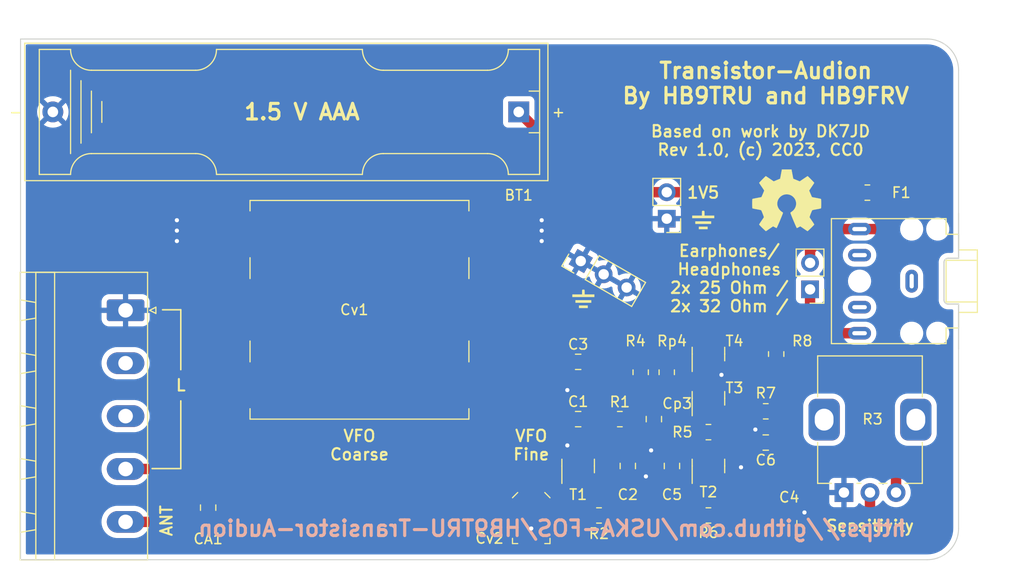
<source format=kicad_pcb>
(kicad_pcb (version 20211014) (generator pcbnew)
  (title_block (rev "1.0"))
  (layers (0 "F.Cu" signal) (31 "B.Cu" signal) (34 "B.Paste" user) (35 "F.Paste" user) (36 "B.SilkS" user "B.Silkscreen") (37 "F.SilkS" user "F.Silkscreen") (38 "B.Mask" user) (39 "F.Mask" user) (44 "Edge.Cuts" user))
  (net 0 "")
  (net 1 "Net-(BT1-Pad1)")
  (net 2 "GND")
  (net 3 "Net-(C1-Pad2)")
  (net 4 "Net-(C2-Pad2)")
  (net 5 "Net-(C3-Pad2)")
  (net 6 "Net-(C4-Pad2)")
  (net 7 "Net-(C5-Pad2)")
  (net 8 "Net-(C5-Pad1)")
  (net 9 "Net-(CA1-Pad1)")
  (net 10 "Net-(C6-Pad1)")
  (net 11 "Net-(CA1-Pad2)")
  (net 12 "Net-(Cv1-PadCOM_FM)")
  (net 13 "Net-(F1-Pad1)")
  (net 14 "Net-(R5-Pad1)")
  (net 15 "Net-(T3-Pad3)")
  (net 19 "Net-(J3-Pad1)")
  (footprint "Capacitor_SMD:C_0805_2012Metric_Pad1.18x1.45mm_HandSolder" (layer "F.Cu") (at 157.5 66 -90)
    (fp_text reference "C5" (at 2.75 0 180) (layer "F.SilkS"))
    (fp_text value "100n")
    (pad "1" smd roundrect (at -1.0375 0 270) (size 1.175 1.45) (layers "F.Cu" "F.Paste" "F.Mask") (roundrect_rratio 0.2127659574) (net 8 "Net-(C5-Pad1)"))
    (pad "2" smd roundrect (at 1.0375 0 270) (size 1.175 1.45) (layers "F.Cu" "F.Paste" "F.Mask") (roundrect_rratio 0.2127659574) (net 7 "Net-(C5-Pad2)"))
  )
  (footprint "Capacitor_SMD:C_0805_2012Metric_Pad1.18x1.45mm_HandSolder" (layer "F.Cu") (at 153.265 66 90)
    (fp_text reference "C2" (at -2.75 0 180) (layer "F.SilkS"))
    (fp_text value "2n2")
    (pad "1" smd roundrect (at -1.0375 0 90) (size 1.175 1.45) (layers "F.Cu" "F.Paste" "F.Mask") (roundrect_rratio 0.2127659574) (net 2 "GND"))
    (pad "2" smd roundrect (at 1.0375 0 90) (size 1.175 1.45) (layers "F.Cu" "F.Paste" "F.Mask") (roundrect_rratio 0.2127659574) (net 4 "Net-(C2-Pad2)"))
  )
  (footprint "Capacitor_SMD:C_0805_2012Metric_Pad1.18x1.45mm_HandSolder" (layer "F.Cu") (at 168.75 71.5 -90)
    (fp_text reference "C4" (at -2.5 0 180) (layer "F.SilkS"))
    (fp_text value "10u")
    (pad "1" smd roundrect (at -1.0375 0 270) (size 1.175 1.45) (layers "F.Cu" "F.Paste" "F.Mask") (roundrect_rratio 0.2127659574) (net 2 "GND"))
    (pad "2" smd roundrect (at 1.0375 0 270) (size 1.175 1.45) (layers "F.Cu" "F.Paste" "F.Mask") (roundrect_rratio 0.2127659574) (net 6 "Net-(C4-Pad2)"))
  )
  (footprint "Capacitor_SMD:C_0805_2012Metric_Pad1.18x1.45mm_HandSolder" (layer "F.Cu") (at 148.5 61.5)
    (fp_text reference "C1" (at 0 -1.68) (layer "F.SilkS"))
    (fp_text value "47p")
    (pad "1" smd roundrect (at -1.0375 0) (size 1.175 1.45) (layers "F.Cu" "F.Paste" "F.Mask") (roundrect_rratio 0.2127659574) (net 2 "GND"))
    (pad "2" smd roundrect (at 1.0375 0) (size 1.175 1.45) (layers "F.Cu" "F.Paste" "F.Mask") (roundrect_rratio 0.2127659574) (net 3 "Net-(C1-Pad2)"))
  )
  (footprint "Connector_Phoenix_MSTB:PhoenixContact_MSTBA_2,5_5-G-5,08_1x05_P5.08mm_Horizontal" (layer "F.Cu") (at 105.0775 51.05 -90)
    (fp_text reference "J2" hide)
    (fp_text value "ANT/L")
    (pad "1" thru_hole roundrect (at 0 0 270) (size 2.08 3.6) (drill 1.4) (layers *.Cu *.Mask) (roundrect_rratio 0.1201918269) (net 2 "GND"))
    (pad "2" thru_hole oval (at 5.08 0 270) (size 2.08 3.6) (drill 1.4) (layers *.Cu *.Mask))
    (pad "3" thru_hole oval (at 10.16 0 270) (size 2.08 3.6) (drill 1.4) (layers *.Cu *.Mask))
    (pad "4" thru_hole oval (at 15.24 0 270) (size 2.08 3.6) (drill 1.4) (layers *.Cu *.Mask) (net 9 "Net-(CA1-Pad1)"))
    (pad "5" thru_hole oval (at 20.32 0 270) (size 2.08 3.6) (drill 1.4) (layers *.Cu *.Mask) (net 11 "Net-(CA1-Pad2)"))
  )
  (footprint "Capacitor_SMD:C_0805_2012Metric_Pad1.18x1.45mm_HandSolder" (layer "F.Cu") (at 166.5 63.75 180)
    (fp_text reference "C6" (at 0 -1.68) (layer "F.SilkS"))
    (fp_text value "100n")
    (pad "1" smd roundrect (at -1.0375 0 180) (size 1.175 1.45) (layers "F.Cu" "F.Paste" "F.Mask") (roundrect_rratio 0.2127659574) (net 10 "Net-(C6-Pad1)"))
    (pad "2" smd roundrect (at 1.0375 0 180) (size 1.175 1.45) (layers "F.Cu" "F.Paste" "F.Mask") (roundrect_rratio 0.2127659574) (net 2 "GND"))
  )
  (footprint "Symbol:OSHW-Symbol_6.7x6mm_SilkScreen" (layer "F.Cu") (at 168.5 40.5)
    (fp_text reference "REF**" hide)
    (fp_text value "OSHW-Symbol_6.7x6mm_SilkScreen" hide)
  )
  (footprint "Capacitor_SMD:C_0805_2012Metric_Pad1.18x1.45mm_HandSolder" (layer "F.Cu") (at 148.5 56)
    (fp_text reference "C3" (at 0 -1.68) (layer "F.SilkS"))
    (fp_text value "10n")
    (pad "1" smd roundrect (at -1.0375 0) (size 1.175 1.45) (layers "F.Cu" "F.Paste" "F.Mask") (roundrect_rratio 0.2127659574) (net 2 "GND"))
    (pad "2" smd roundrect (at 1.0375 0) (size 1.175 1.45) (layers "F.Cu" "F.Paste" "F.Mask") (roundrect_rratio 0.2127659574) (net 5 "Net-(C3-Pad2)"))
  )
  (footprint "Connector_PinHeader_2.54mm:PinHeader_1x02_P2.54mm_Vertical" (layer "F.Cu") (at 157 42.25 180)
    (fp_text reference "J5" hide)
    (fp_text value "1V5")
    (pad "1" thru_hole rect (at 0 0 180) (size 1.7 1.7) (drill 1) (layers *.Cu *.Mask) (net 2 "GND"))
    (pad "2" thru_hole oval (at 0 2.54 180) (size 1.7 1.7) (drill 1) (layers *.Cu *.Mask) (net 1 "Net-(BT1-Pad1)"))
  )
  (footprint "Connector_PinHeader_2.54mm:PinHeader_1x02_P2.54mm_Vertical" (layer "F.Cu") (at 170.75 49.04 180)
    (fp_text reference "J3" hide)
    (fp_text value "HP")
    (pad "1" thru_hole rect (at 0 0 180) (size 1.7 1.7) (drill 1) (layers *.Cu *.Mask) (net 19 "Net-(J3-Pad1)"))
    (pad "2" thru_hole oval (at 0 2.54 180) (size 1.7 1.7) (drill 1) (layers *.Cu *.Mask) (net 13 "Net-(F1-Pad1)"))
  )
  (footprint "Resistor_SMD:R_0805_2012Metric_Pad1.20x1.40mm_HandSolder" (layer "F.Cu") (at 176.25 39.75 180)
    (fp_text reference "F1" (at -3.25 0) (layer "F.SilkS"))
    (fp_text value "100 mA")
    (pad "1" smd roundrect (at -1 0 180) (size 1.2 1.4) (layers "F.Cu" "F.Paste" "F.Mask") (roundrect_rratio 0.2083333333) (net 13 "Net-(F1-Pad1)"))
    (pad "2" smd roundrect (at 1 0 180) (size 1.2 1.4) (layers "F.Cu" "F.Paste" "F.Mask") (roundrect_rratio 0.2083333333) (net 1 "Net-(BT1-Pad1)"))
  )
  (footprint "Resistor_SMD:R_0805_2012Metric_Pad1.20x1.40mm_HandSolder" (layer "F.Cu") (at 161 62.75)
    (fp_text reference "R5" (at -2.5 0) (layer "F.SilkS"))
    (fp_text value "10k")
    (pad "1" smd roundrect (at -1 0) (size 1.2 1.4) (layers "F.Cu" "F.Paste" "F.Mask") (roundrect_rratio 0.2083333333) (net 14 "Net-(R5-Pad1)"))
    (pad "2" smd roundrect (at 1 0) (size 1.2 1.4) (layers "F.Cu" "F.Paste" "F.Mask") (roundrect_rratio 0.2083333333) (net 13 "Net-(F1-Pad1)"))
  )
  (footprint "Package_TO_SOT_SMD:SOT-23" (layer "F.Cu") (at 161 59.5 90)
    (fp_text reference "T3" (at 1 2.5 180) (layer "F.SilkS"))
    (fp_text value "BC858C")
    (pad "1" smd roundrect (at -0.9375 -0.95 90) (size 1.475 0.6) (layers "F.Cu" "F.Paste" "F.Mask") (net 14 "Net-(R5-Pad1)"))
    (pad "2" smd roundrect (at -0.9375 0.95 90) (size 1.475 0.6) (layers "F.Cu" "F.Paste" "F.Mask") (net 13 "Net-(F1-Pad1)"))
    (pad "3" smd roundrect (at 0.9375 0 90) (size 1.475 0.6) (layers "F.Cu" "F.Paste" "F.Mask") (net 15 "Net-(T3-Pad3)"))
  )
  (footprint "Resistor_SMD:R_0805_2012Metric_Pad1.20x1.40mm_HandSolder" (layer "F.Cu") (at 154.5 57 90)
    (fp_text reference "R4" (at 3 -0.5 180) (layer "F.SilkS"))
    (fp_text value "2k2")
    (pad "1" smd roundrect (at -1 0 90) (size 1.2 1.4) (layers "F.Cu" "F.Paste" "F.Mask") (roundrect_rratio 0.2083333333) (net 4 "Net-(C2-Pad2)"))
    (pad "2" smd roundrect (at 1 0 90) (size 1.2 1.4) (layers "F.Cu" "F.Paste" "F.Mask") (roundrect_rratio 0.2083333333) (net 5 "Net-(C3-Pad2)"))
  )
  (footprint "Resistor_SMD:R_0805_2012Metric_Pad1.20x1.40mm_HandSolder" (layer "F.Cu") (at 167.5 55.25 90)
    (fp_text reference "R8" (at 1.25 2.5 180) (layer "F.SilkS"))
    (fp_text value "100k")
    (pad "1" smd roundrect (at -1 0 90) (size 1.2 1.4) (layers "F.Cu" "F.Paste" "F.Mask") (roundrect_rratio 0.2083333333) (net 10 "Net-(C6-Pad1)"))
    (pad "2" smd roundrect (at 1 0 90) (size 1.2 1.4) (layers "F.Cu" "F.Paste" "F.Mask") (roundrect_rratio 0.2083333333) (net 19 "Net-(J3-Pad1)"))
  )
  (footprint "local:443BF_SMD" (layer "F.Cu") (at 127.51875 51 90)
    (fp_text reference "Cv1" (at 0 -0.5 unlocked) (layer "F.SilkS"))
    (fp_text value "443BF")
    (pad "C1" smd rect (at -7.4 13 90) (size 3.4 5) (layers "F.Cu" "F.Mask") (net 9 "Net-(CA1-Pad1)"))
    (pad "C2" smd rect (at 7.4 13 90) (size 3.4 5) (layers "F.Cu" "F.Mask") (net 2 "GND"))
    (pad "C3" smd rect (at -7.4 -13 90) (size 3.4 5) (layers "F.Cu" "F.Mask") (net 9 "Net-(CA1-Pad1)"))
    (pad "C4" smd rect (at 7.4 -13 90) (size 3.4 5) (layers "F.Cu" "F.Mask") (net 2 "GND"))
    (pad "COM_AM" smd rect (at 0 -13 90) (size 4.4 5) (layers "F.Cu" "F.Mask") (net 12 "Net-(Cv1-PadCOM_FM)"))
    (pad "COM_FM" smd rect (at 0 13 90) (size 4.4 5) (layers "F.Cu" "F.Mask") (net 12 "Net-(Cv1-PadCOM_FM)"))
  )
  (footprint "Battery:BatteryHolder_Keystone_2466_1xAAA" (layer "F.Cu") (at 142.8 32 180)
    (fp_text reference "BT1" (at 0 -8) (layer "F.SilkS"))
    (fp_text value "1.5V")
    (fp_text user "+" (at -3.81 0 180) (layer "F.SilkS"))
    (fp_text user "-" (at 48.26 0 180) (layer "F.SilkS"))
    (pad "1" thru_hole rect (at 0 0 180) (size 2 2) (drill 1.02) (layers *.Cu *.Mask) (net 1 "Net-(BT1-Pad1)"))
    (pad "2" thru_hole circle (at 44.7 0 180) (size 2 2) (drill 1.02) (layers *.Cu *.Mask) (net 2 "GND"))
  )
  (footprint "hb9uf:GND" (layer "F.Cu") (at 160.5 42.25)
    (fp_text reference "GND" hide)
    (fp_text value "GND" hide)
  )
  (footprint "Resistor_SMD:R_0805_2012Metric_Pad1.20x1.40mm_HandSolder" (layer "F.Cu") (at 150.5 70.75)
    (fp_text reference "R2" (at 0 1.75) (layer "F.SilkS"))
    (fp_text value "10k")
    (pad "1" smd roundrect (at -1 0) (size 1.2 1.4) (layers "F.Cu" "F.Paste" "F.Mask") (roundrect_rratio 0.2083333333) (net 3 "Net-(C1-Pad2)"))
    (pad "2" smd roundrect (at 1 0) (size 1.2 1.4) (layers "F.Cu" "F.Paste" "F.Mask") (roundrect_rratio 0.2083333333) (net 6 "Net-(C4-Pad2)"))
  )
  (footprint "Capacitor_SMD:C_0805_2012Metric_Pad1.18x1.45mm_HandSolder" (layer "F.Cu") (at 155.765 61.5 90)
    (fp_text reference "Cp3" (at 1.5 2.235) (layer "F.SilkS"))
    (fp_text value "10n")
    (pad "1" smd roundrect (at -1.0375 0 90) (size 1.175 1.45) (layers "F.Cu" "F.Paste" "F.Mask") (roundrect_rratio 0.2127659574) (net 2 "GND"))
    (pad "2" smd roundrect (at 1.0375 0 90) (size 1.175 1.45) (layers "F.Cu" "F.Paste" "F.Mask") (roundrect_rratio 0.2127659574) (net 8 "Net-(C5-Pad1)"))
  )
  (footprint "Package_TO_SOT_SMD:SOT-23" (layer "F.Cu") (at 161 55.25 90)
    (fp_text reference "T4" (at 1.25 2.5 180) (layer "F.SilkS"))
    (fp_text value "BC848C")
    (pad "1" smd roundrect (at -0.9375 -0.95 90) (size 1.475 0.6) (layers "F.Cu" "F.Paste" "F.Mask") (net 15 "Net-(T3-Pad3)"))
    (pad "2" smd roundrect (at -0.9375 0.95 90) (size 1.475 0.6) (layers "F.Cu" "F.Paste" "F.Mask") (net 2 "GND"))
    (pad "3" smd roundrect (at 0.9375 0 90) (size 1.475 0.6) (layers "F.Cu" "F.Paste" "F.Mask") (net 19 "Net-(J3-Pad1)"))
  )
  (footprint "Package_TO_SOT_SMD:SOT-23" (layer "F.Cu") (at 148.5 66 90)
    (fp_text reference "T1" (at -2.75 0 180) (layer "F.SilkS"))
    (fp_text value "BC858C")
    (pad "1" smd roundrect (at -0.9375 -0.95 90) (size 1.475 0.6) (layers "F.Cu" "F.Paste" "F.Mask") (net 9 "Net-(CA1-Pad1)"))
    (pad "2" smd roundrect (at -0.9375 0.95 90) (size 1.475 0.6) (layers "F.Cu" "F.Paste" "F.Mask") (net 3 "Net-(C1-Pad2)"))
    (pad "3" smd roundrect (at 0.9375 0 90) (size 1.475 0.6) (layers "F.Cu" "F.Paste" "F.Mask") (net 2 "GND"))
  )
  (footprint "Resistor_SMD:R_0805_2012Metric_Pad1.20x1.40mm_HandSolder" (layer "F.Cu") (at 166.5 60.75 180)
    (fp_text reference "R7" (at 0 1.75) (layer "F.SilkS"))
    (fp_text value "220k")
    (pad "1" smd roundrect (at -1 0 180) (size 1.2 1.4) (layers "F.Cu" "F.Paste" "F.Mask") (roundrect_rratio 0.2083333333) (net 10 "Net-(C6-Pad1)"))
    (pad "2" smd roundrect (at 1 0 180) (size 1.2 1.4) (layers "F.Cu" "F.Paste" "F.Mask") (roundrect_rratio 0.2083333333) (net 2 "GND"))
  )
  (footprint "Package_TO_SOT_SMD:SOT-23" (layer "F.Cu") (at 161 66 90)
    (fp_text reference "T2" (at -2.5 0) (layer "F.SilkS"))
    (fp_text value "BC848C")
    (pad "1" smd roundrect (at -0.9375 -0.95 90) (size 1.475 0.6) (layers "F.Cu" "F.Paste" "F.Mask") (net 7 "Net-(C5-Pad2)"))
    (pad "2" smd roundrect (at -0.9375 0.95 90) (size 1.475 0.6) (layers "F.Cu" "F.Paste" "F.Mask") (net 2 "GND"))
    (pad "3" smd roundrect (at 0.9375 0 90) (size 1.475 0.6) (layers "F.Cu" "F.Paste" "F.Mask") (net 14 "Net-(R5-Pad1)"))
  )
  (footprint "Connector_PinHeader_2.54mm:PinHeader_1x03_P2.54mm_Vertical" (layer "F.Cu") (at 148.75 46.321346 60)
    (fp_text reference "J6" hide)
    (fp_text value "GND")
    (pad "1" thru_hole rect (at 0 0 60) (size 1.7 1.7) (drill 1) (layers *.Cu *.Mask) (net 2 "GND"))
    (pad "2" thru_hole oval (at 0 2.54 60) (size 1.7 1.7) (drill 1) (layers *.Cu *.Mask) (net 2 "GND"))
    (pad "3" thru_hole oval (at 0 5.08 60) (size 1.7 1.7) (drill 1) (layers *.Cu *.Mask) (net 2 "GND"))
  )
  (footprint "Resistor_SMD:R_0805_2012Metric_Pad1.20x1.40mm_HandSolder" (layer "F.Cu") (at 157 57 -90)
    (fp_text reference "Rp4" (at -3 -0.5) (layer "F.SilkS"))
    (fp_text value "2k2")
    (pad "1" smd roundrect (at -1 0 270) (size 1.2 1.4) (layers "F.Cu" "F.Paste" "F.Mask") (roundrect_rratio 0.2083333333) (net 5 "Net-(C3-Pad2)"))
    (pad "2" smd roundrect (at 1 0 270) (size 1.2 1.4) (layers "F.Cu" "F.Paste" "F.Mask") (roundrect_rratio 0.2083333333) (net 8 "Net-(C5-Pad1)"))
  )
  (footprint "Potentiometer_THT:Potentiometer_Alps_RK09K_Single_Vertical" (layer "F.Cu") (at 174 68.55 90)
    (fp_text reference "R3" (at 7.05 2.75 180) (layer "F.SilkS"))
    (fp_text value "10k")
    (pad "1" thru_hole rect (at 0 0 90) (size 1.8 1.8) (drill 1) (layers *.Cu *.Mask) (net 2 "GND"))
    (pad "2" thru_hole circle (at 0 2.5 90) (size 1.8 1.8) (drill 1) (layers *.Cu *.Mask) (net 6 "Net-(C4-Pad2)"))
    (pad "3" thru_hole circle (at 0 5 90) (size 1.8 1.8) (drill 1) (layers *.Cu *.Mask) (net 13 "Net-(F1-Pad1)"))
    (pad "MP" thru_hole roundrect (at 7 -1.9 90) (size 4 3) (drill oval 2.1 1.8) (layers *.Cu *.Mask))
    (pad "MP" thru_hole roundrect (at 7 6.9 90) (size 4 3) (drill oval 2.1 1.8) (layers *.Cu *.Mask))
  )
  (footprint "Resistor_SMD:R_0805_2012Metric_Pad1.20x1.40mm_HandSolder" (layer "F.Cu") (at 161 70.75 180)
    (fp_text reference "R6" (at 0 -1.65) (layer "F.SilkS"))
    (fp_text value "100k")
    (pad "1" smd roundrect (at -1 0 180) (size 1.2 1.4) (layers "F.Cu" "F.Paste" "F.Mask") (roundrect_rratio 0.2083333333) (net 10 "Net-(C6-Pad1)"))
    (pad "2" smd roundrect (at 1 0 180) (size 1.2 1.4) (layers "F.Cu" "F.Paste" "F.Mask") (roundrect_rratio 0.2083333333) (net 7 "Net-(C5-Pad2)"))
  )
  (footprint "Resistor_SMD:R_0805_2012Metric_Pad1.20x1.40mm_HandSolder" (layer "F.Cu") (at 152.5 61.5)
    (fp_text reference "R1" (at 0 -1.65) (layer "F.SilkS"))
    (fp_text value "1k")
    (pad "1" smd roundrect (at -1 0) (size 1.2 1.4) (layers "F.Cu" "F.Paste" "F.Mask") (roundrect_rratio 0.2083333333) (net 3 "Net-(C1-Pad2)"))
    (pad "2" smd roundrect (at 1 0) (size 1.2 1.4) (layers "F.Cu" "F.Paste" "F.Mask") (roundrect_rratio 0.2083333333) (net 4 "Net-(C2-Pad2)"))
  )
  (footprint "Capacitor_SMD:C_Trimmer_Murata_TZC3" (layer "F.Cu") (at 144 71 -90)
    (fp_text reference "Cv2" (at 1.95 4) (layer "F.SilkS"))
    (fp_text value "5p")
    (pad "1" smd rect (at -2.075 0 270) (size 0.85 1) (layers "F.Cu" "F.Paste" "F.Mask") (net 9 "Net-(CA1-Pad1)"))
    (pad "2" smd rect (at 2.075 0 270) (size 0.85 1) (layers "F.Cu" "F.Paste" "F.Mask") (net 2 "GND"))
  )
  (footprint "Connector_Audio:Jack_3.5mm_CUI_SJ1-3525N_Horizontal" (layer "F.Cu") (at 180.5 48.25 90)
    (fp_text reference "J4" hide)
    (fp_text value "HP")
    (fp_line (start -2.2 4.5) (end -6.5 4.5) (layer "Edge.Cuts") (width 0.12))
    (fp_line (start 2.2 3.5) (end 2.2 4.5) (layer "Edge.Cuts") (width 0.12))
    (fp_line (start 2.2 4.5) (end 6.5 4.5) (layer "Edge.Cuts") (width 0.12))
    (fp_line (start 1.8 3.1) (end -1.8 3.1) (layer "Edge.Cuts") (width 0.12))
    (fp_line (start -2.2 3.5) (end -2.2 4.5) (layer "Edge.Cuts") (width 0.12))
    (fp_arc (start 1.8 3.1) (mid 2.082843 3.217157) (end 2.2 3.5) (layer "Edge.Cuts") (width 0.12))
    (fp_arc (start -2.2 3.5) (mid -2.082842 3.217158) (end -1.8 3.1) (layer "Edge.Cuts") (width 0.12))
    (pad "" np_thru_hole circle (at 5 0 90) (size 1.2 1.2) (drill 1.2) (layers *.Cu))
    (pad "" np_thru_hole circle (at -5 0 90) (size 1.2 1.2) (drill 1.2) (layers *.Cu))
    (pad "" np_thru_hole circle (at -5 2.5 90) (size 1.2 1.2) (drill 1.2) (layers *.Cu))
    (pad "" np_thru_hole circle (at 5 2.5 90) (size 1.2 1.2) (drill 1.2) (layers *.Cu))
    (pad "" np_thru_hole circle (at 0 -5 90) (size 1.2 1.2) (drill 1.2) (layers *.Cu))
    (pad "R" thru_hole oval (at -5 -5 90) (size 1.2 2.2) (drill oval 0.4 1.4) (layers *.Cu *.Mask) (net 19 "Net-(J3-Pad1)"))
    (pad "RN" thru_hole oval (at -2.5 -5 90) (size 1.2 2.2) (drill oval 0.4 1.4) (layers *.Cu *.Mask))
    (pad "S" thru_hole oval (at 0 0 90) (size 2.2 1.2) (drill oval 1.4 0.4) (layers *.Cu *.Mask))
    (pad "T" thru_hole oval (at 5 -5 270) (size 1.2 2.2) (drill oval 0.4 1.4) (layers *.Cu *.Mask) (net 13 "Net-(F1-Pad1)"))
    (pad "TN" thru_hole oval (at 2.5 -5 270) (size 1.2 2.2) (drill oval 0.4 1.4) (layers *.Cu *.Mask))
  )
  (footprint "Capacitor_SMD:C_0805_2012Metric_Pad1.18x1.45mm_HandSolder" (layer "F.Cu") (at 113 70 -90)
    (fp_text reference "CA1" (at 3 0) (layer "F.SilkS"))
    (fp_text value "10p")
    (pad "1" smd roundrect (at -1.0375 0 270) (size 1.175 1.45) (layers "F.Cu" "F.Paste" "F.Mask") (roundrect_rratio 0.2127659574) (net 9 "Net-(CA1-Pad1)"))
    (pad "2" smd roundrect (at 1.0375 0 270) (size 1.175 1.45) (layers "F.Cu" "F.Paste" "F.Mask") (roundrect_rratio 0.2127659574) (net 11 "Net-(CA1-Pad2)"))
  )
  (footprint "hb9uf:GND" (layer "F.Cu") (at 149 49.821346)
    (fp_text reference "GND" hide)
    (fp_text value "GND" hide)
  )
  (gr_line (start 108.625 51) (end 110.375 51) (layer "F.SilkS") (width 0.15))
  (gr_line (start 110.375 59.75) (end 110.375 66.25) (layer "F.SilkS") (width 0.15))
  (gr_line (start 110.375 66.25) (end 107.625 66.25) (layer "F.SilkS") (width 0.15))
  (gr_line (start 110.375 51) (end 110.375 56.75) (layer "F.SilkS") (width 0.15))
  (gr_line (start 185 54.75) (end 185 72) (layer "Edge.Cuts") (width 0.1))
  (gr_line (start 185 41.75) (end 185 28) (layer "Edge.Cuts") (width 0.1))
  (gr_arc (start 185 72) (mid 184.12132 74.12132) (end 182 75) (layer "Edge.Cuts") (width 0.1))
  (gr_arc (start 182 25) (mid 184.12132 25.87868) (end 185 28) (layer "Edge.Cuts") (width 0.1))
  (gr_line (start 182 25) (end 95 25) (layer "Edge.Cuts") (width 0.1))
  (gr_line (start 95 75) (end 182 75) (layer "Edge.Cuts") (width 0.1))
  (gr_line (start 95 25) (end 95 75) (layer "Edge.Cuts") (width 0.1))
  (gr_text "https://github.com/USKA-FOS/HB9TRU-Transistor-Audion" (at 146 72) (layer "B.SilkS") (effects (font (size 1.5 1.5) (thickness 0.3)) (justify mirror)))
  (gr_text "1.5 V AAA" (at 122 32) (layer "F.SilkS") (effects (font (size 1.5 1.5) (thickness 0.3))))
  (gr_text "Transistor-Audion\nBy HB9TRU and HB9FRV" (at 166.5 29.25) (layer "F.SilkS") (effects (font (size 1.5 1.5) (thickness 0.3))))
  (gr_text "L" (at 110.375 58.25) (layer "F.SilkS") (effects (font (size 1.1 1.1) (thickness 0.2))))
  (gr_text "Based on work by DK7JD\nRev 1.0, (c) 2023, CC0" (at 166 34.75) (layer "F.SilkS") (effects (font (size 1.1 1.1) (thickness 0.2))))
  (gr_text "VFO\nCoarse" (at 127.51875 64) (layer "F.SilkS") (effects (font (size 1.1 1.1) (thickness 0.2))))
  (gr_text "Sensitivity" (at 176.5 71.75) (layer "F.SilkS") (effects (font (size 1.1 1.1) (thickness 0.2))))
  (gr_text "VFO\nFine" (at 144 64) (layer "F.SilkS") (effects (font (size 1.1 1.1) (thickness 0.2))))
  (gr_text "ANT" (at 109 71.25 90) (layer "F.SilkS") (effects (font (size 1.1 1.1) (thickness 0.2))))
  (gr_text "1V5" (at 160.5 39.75) (layer "F.SilkS") (effects (font (size 1.1 1.1) (thickness 0.2))))
  (gr_text "Earphones/\nHeadphones\n2x 25 Ohm /\n2x 32 Ohm /" (at 163 48) (layer "F.SilkS") (effects (font (size 1.1 1.1) (thickness 0.2))))
  (segment (start 175.21 39.71) (end 175.25 39.75) (width 1) (layer "F.Cu") (net 1))
  (segment (start 157 39.71) (end 175.21 39.71) (width 1) (layer "F.Cu") (net 1))
  (segment (start 150.51 39.71) (end 142.8 32) (width 1) (layer "F.Cu") (net 1))
  (segment (start 157 39.71) (end 150.51 39.71) (width 1) (layer "F.Cu") (net 1))
  (segment (start 114.51875 43.6) (end 110.2 43.6) (width 1) (layer "F.Cu") (net 2))
  (segment (start 147.4625 56) (end 147.4625 61.5) (width 1) (layer "F.Cu") (net 2))
  (segment (start 145 43.4) (end 145 44.4) (width 1) (layer "F.Cu") (net 2))
  (segment (start 155.765 64.235) (end 155.5 64.5) (width 1) (layer "F.Cu") (net 2))
  (segment (start 165.5 63.7125) (end 165.4625 63.75) (width 1) (layer "F.Cu") (net 2))
  (segment (start 165.4625 63.75) (end 165.4625 64.7875) (width 1) (layer "F.Cu") (net 2))
  (segment (start 165.5 60.75) (end 165.5 63.7125) (width 1) (layer "F.Cu") (net 2))
  (segment (start 155.765 62.5375) (end 155.765 64.235) (width 1) (layer "F.Cu") (net 2))
  (segment (start 165.4625 64.7875) (end 163.3125 66.9375) (width 1) (layer "F.Cu") (net 2))
  (segment (start 110 43.8) (end 110 44.4) (width 1) (layer "F.Cu") (net 2))
  (segment (start 147.4625 61.5) (end 147.4625 64.025) (width 1) (layer "F.Cu") (net 2))
  (segment (start 110 43.4) (end 110 42.4) (width 1) (layer "F.Cu") (net 2))
  (segment (start 153.265 67.0375) (end 154.9625 67.0375) (width 1) (layer "F.Cu") (net 2))
  (segment (start 145 43) (end 145 42.4) (width 1) (layer "F.Cu") (net 2))
  (segment (start 147.4625 64.025) (end 148.5 65.0625) (width 1) (layer "F.Cu") (net 2))
  (segment (start 144 73.075) (end 144 72) (width 1) (layer "F.Cu") (net 2))
  (segment (start 140.48125 43.2) (end 144.8 43.2) (width 1) (layer "F.Cu") (net 2))
  (segment (start 168.75 70.4625) (end 170.2125 70.4625) (width 1) (layer "F.Cu") (net 2))
  (segment (start 154.9625 67.0375) (end 155 67) (width 1) (layer "F.Cu") (net 2))
  (segment (start 110.2 43.6) (end 110 43.8) (width 1) (layer "F.Cu") (net 2))
  (segment (start 163.3125 66.9375) (end 161.95 66.9375) (width 1) (layer "F.Cu") (net 2))
  (segment (start 110.2 43.6) (end 110 43.4) (width 1) (layer "F.Cu") (net 2))
  (segment (start 161.95 56.95) (end 162.25 57.25) (width 1) (layer "F.Cu") (net 2))
  (segment (start 161.95 56.1875) (end 161.95 56.95) (width 1) (layer "F.Cu") (net 2))
  (via (at 147.4625 58.7125) (size 0.8) (drill 0.4) (layers "F.Cu" "B.Cu") (net 2))
  (via (at 145 42.4) (size 0.8) (drill 0.4) (layers "F.Cu" "B.Cu") (net 2))
  (via (at 165.5 62.5) (size 0.8) (drill 0.4) (layers "F.Cu" "B.Cu") (net 2))
  (via (at 155.5 64.5) (size 0.8) (drill 0.4) (layers "F.Cu" "B.Cu") (net 2))
  (via (at 155 67) (size 0.8) (drill 0.4) (layers "F.Cu" "B.Cu") (net 2))
  (via (at 110 43.4) (size 0.8) (drill 0.4) (layers "F.Cu" "B.Cu") (net 2))
  (via (at 162.25 57.25) (size 0.8) (drill 0.4) (layers "F.Cu" "B.Cu") (net 2))
  (via (at 110 44.4) (size 0.8) (drill 0.4) (layers "F.Cu" "B.Cu") (net 2))
  (via (at 110 42.4) (size 0.8) (drill 0.4) (layers "F.Cu" "B.Cu") (net 2))
  (via (at 144 72) (size 0.8) (drill 0.4) (layers "F.Cu" "B.Cu") (net 2))
  (via (at 145 44.4) (size 0.8) (drill 0.4) (layers "F.Cu" "B.Cu") (net 2))
  (via (at 164.125 66.125) (size 0.8) (drill 0.4) (layers "F.Cu" "B.Cu") (net 2))
  (via (at 170.2125 70.4625) (size 0.8) (drill 0.4) (layers "F.Cu" "B.Cu") (net 2))
  (via (at 145 43.4) (size 0.8) (drill 0.4) (layers "F.Cu" "B.Cu") (net 2))
  (via (at 147.4625 64.025) (size 0.8) (drill 0.4) (layers "F.Cu" "B.Cu") (net 2))
  (segment (start 150.5 61.5) (end 150.5 65.8875) (width 1) (layer "F.Cu") (net 3))
  (segment (start 150.5 65.8875) (end 149.45 66.9375) (width 1) (layer "F.Cu") (net 3))
  (segment (start 150.5 61.5) (end 151 61.5) (width 1) (layer "F.Cu") (net 3))
  (segment (start 149.5375 61.5) (end 150.5 61.5) (width 1) (layer "F.Cu") (net 3))
  (segment (start 149.5 70.75) (end 149.5 66.9875) (width 1) (layer "F.Cu") (net 3))
  (segment (start 149.5 66.9875) (end 149.45 66.9375) (width 1) (layer "F.Cu") (net 3))
  (segment (start 153.5 59) (end 154.5 58) (width 1) (layer "F.Cu") (net 4))
  (segment (start 153.5 61.5) (end 153.5 59) (width 1) (layer "F.Cu") (net 4))
  (segment (start 153.5 64.7275) (end 153.265 64.9625) (width 1) (layer "F.Cu") (net 4))
  (segment (start 153.5 61.5) (end 153.5 64.7275) (width 1) (layer "F.Cu") (net 4))
  (segment (start 154.5 56) (end 157 56) (width 1) (layer "F.Cu") (net 5))
  (segment (start 149.5375 56) (end 154.5 56) (width 1) (layer "F.Cu") (net 5))
  (segment (start 174.9625 72.5375) (end 176.5 71) (width 1) (layer "F.Cu") (net 6))
  (segment (start 153.2875 72.5375) (end 151.5 70.75) (width 1) (layer "F.Cu") (net 6))
  (segment (start 176.5 71) (end 176.5 68.55) (width 1) (layer "F.Cu") (net 6))
  (segment (start 168.75 72.5375) (end 174.9625 72.5375) (width 1) (layer "F.Cu") (net 6))
  (segment (start 168.75 72.5375) (end 153.2875 72.5375) (width 1) (layer "F.Cu") (net 6))
  (segment (start 160 66.9875) (end 160.05 66.9375) (width 1) (layer "F.Cu") (net 7))
  (segment (start 157.5 67.0375) (end 159.95 67.0375) (width 1) (layer "F.Cu") (net 7))
  (segment (start 160 70.75) (end 160 66.9875) (width 1) (layer "F.Cu") (net 7))
  (segment (start 159.95 67.0375) (end 160.05 66.9375) (width 1) (layer "F.Cu") (net 7))
  (segment (start 157.5 64.9625) (end 157.5 60.5) (width 1) (layer "F.Cu") (net 8))
  (segment (start 157.4625 60.4625) (end 157.5 60.5) (width 1) (layer "F.Cu") (net 8))
  (segment (start 157.5 58.5) (end 157 58) (width 1) (layer "F.Cu") (net 8))
  (segment (start 157.5 60.5) (end 157.5 58.5) (width 1) (layer "F.Cu") (net 8))
  (segment (start 155.765 60.4625) (end 157.4625 60.4625) (width 1) (layer "F.Cu") (net 8))
  (segment (start 113 66.58) (end 112.71 66.29) (width 1) (layer "F.Cu") (net 9))
  (segment (start 144 67) (end 144 68.925) (width 1) (layer "F.Cu") (net 9))
  (segment (start 143.9375 66.9375) (end 140.51875 63.51875) (width 1) (layer "F.Cu") (net 9))
  (segment (start 105.0775 66.29) (end 108.29 66.29) (width 1) (layer "F.Cu") (net 9))
  (segment (start 143.9375 66.9375) (end 144 67) (width 1) (layer "F.Cu") (net 9))
  (segment (start 108.29 66.29) (end 112.71 66.29) (width 1) (layer "F.Cu") (net 9))
  (segment (start 147.55 66.9375) (end 143.9375 66.9375) (width 1) (layer "F.Cu") (net 9))
  (segment (start 113 66.58) (end 114.51875 65.06125) (width 1) (layer "F.Cu") (net 9))
  (segment (start 114.51875 65.06125) (end 114.51875 58.4) (width 1) (layer "F.Cu") (net 9))
  (segment (start 113 68.9625) (end 113 66.58) (width 1) (layer "F.Cu") (net 9))
  (segment (start 115.98125 58.4) (end 138.01875 58.4) (width 1) (layer "F.Cu") (net 9))
  (segment (start 140.51875 63.51875) (end 140.51875 58.4) (width 1) (layer "F.Cu") (net 9))
  (segment (start 167.5375 63.75) (end 167.5375 67.9625) (width 1) (layer "F.Cu") (net 10))
  (segment (start 167.5375 60.7875) (end 167.5 60.75) (width 1) (layer "F.Cu") (net 10))
  (segment (start 167.5 60.75) (end 167.5 56.25) (width 1) (layer "F.Cu") (net 10))
  (segment (start 167.5375 63.75) (end 167.5375 60.7875) (width 1) (layer "F.Cu") (net 10))
  (segment (start 167.5375 67.9625) (end 164.75 70.75) (width 1) (layer "F.Cu") (net 10))
  (segment (start 164.75 70.75) (end 162 70.75) (width 1) (layer "F.Cu") (net 10))
  (segment (start 105.0775 71.37) (end 112.6675 71.37) (width 1) (layer "F.Cu") (net 11))
  (segment (start 112.6675 71.37) (end 113 71.0375) (width 1) (layer "F.Cu") (net 11))
  (segment (start 138.01875 51) (end 117.01875 51) (width 1) (layer "F.Cu") (net 12))
  (segment (start 177.75 44.5) (end 177.75 55.25) (width 1) (layer "F.Cu") (net 13))
  (segment (start 179 65.25) (end 179 68.55) (width 1) (layer "F.Cu") (net 13))
  (segment (start 164.5 57.8875) (end 164.5 56.25) (width 1) (layer "F.Cu") (net 13))
  (segment (start 177.75 40.25) (end 177.25 39.75) (width 1) (layer "F.Cu") (net 13))
  (segment (start 169.5 55.25) (end 177.75 55.25) (width 1) (layer "F.Cu") (net 13))
  (segment (start 177.75 43.5) (end 177.75 40.25) (width 1) (layer "F.Cu") (net 13))
  (segment (start 165.5 55.25) (end 169.5 55.25) (width 0.2) (layer "F.Cu") (net 13))
  (segment (start 162 62.75) (end 162 60.4875) (width 1) (layer "F.Cu") (net 13))
  (segment (start 162 60.4875) (end 161.95 60.4375) (width 1) (layer "F.Cu") (net 13))
  (segment (start 175.5 43.25) (end 177.5 43.25) (width 1) (layer "F.Cu") (net 13))
  (segment (start 177.5 43.25) (end 177.75 43.5) (width 1) (layer "F.Cu") (net 13))
  (segment (start 165.5 55.25) (end 164.5 56.25) (width 0.2) (layer "F.Cu") (net 13))
  (segment (start 177.75 55.25) (end 177.75 64) (width 1) (layer "F.Cu") (net 13))
  (segment (start 170.75 46.5) (end 170.75 45.25) (width 1) (layer "F.Cu") (net 13))
  (segment (start 170.75 45.25) (end 172.75 43.25) (width 1) (layer "F.Cu") (net 13))
  (segment (start 172.75 43.25) (end 175.5 43.25) (width 1) (layer "F.Cu") (net 13))
  (segment (start 161.95 60.4375) (end 164.5 57.8875) (width 1) (layer "F.Cu") (net 13))
  (segment (start 177.75 64) (end 179 65.25) (width 1) (layer "F.Cu") (net 13))
  (segment (start 177.75 44.5) (end 177.75 43.5) (width 1) (layer "F.Cu") (net 13))
  (segment (start 160 64.0625) (end 161 65.0625) (width 1) (layer "F.Cu") (net 14))
  (segment (start 160 62.75) (end 160 60.4875) (width 1) (layer "F.Cu") (net 14))
  (segment (start 160 60.4875) (end 160.05 60.4375) (width 1) (layer "F.Cu") (net 14))
  (segment (start 160 62.75) (end 160 64.0625) (width 1) (layer "F.Cu") (net 14))
  (segment (start 160.05 57.6125) (end 161 58.5625) (width 1) (layer "F.Cu") (net 15))
  (segment (start 160.05 56.1875) (end 160.05 57.6125) (width 1) (layer "F.Cu") (net 15))
  (segment (start 170.75 49.04) (end 170.75 53) (width 1) (layer "F.Cu") (net 19))
  (segment (start 170.25 53.25) (end 168.5 53.25) (width 1) (layer "F.Cu") (net 19))
  (segment (start 174.95 53.25) (end 171 53.25) (width 1) (layer "F.Cu") (net 19))
  (segment (start 175 53.25) (end 174.95 53.25) (width 1) (layer "F.Cu") (net 19))
  (segment (start 161 54.3125) (end 167.4375 54.3125) (width 1) (layer "F.Cu") (net 19))
  (segment (start 170.75 53) (end 171 53.25) (width 1) (layer "F.Cu") (net 19))
  (segment (start 167.4375 54.3125) (end 167.5 54.25) (width 1) (layer "F.Cu") (net 19))
  (segment (start 168.5 53.25) (end 167.5 54.25) (width 1) (layer "F.Cu") (net 19))
  (segment (start 171 53.25) (end 170.25 53.25) (width 1) (layer "F.Cu") (net 19))
  (zone (net 2) (net_name "GND") (layer "B.Cu") (connect_pads (clearance 0.508)) (min_thickness 0.254) (fill yes (thermal_gap 0.508) (thermal_bridge_width 0.508))
    (polygon (pts (xy 185 75) (xy 95 75) (xy 95 25) (xy 185 25)))
  )
)
</source>
